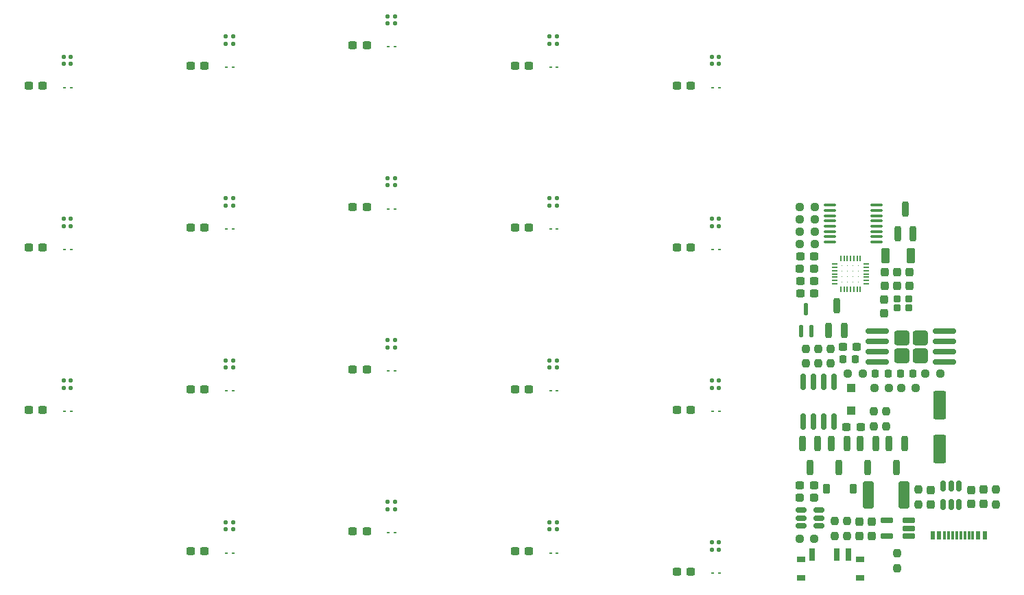
<source format=gbr>
%TF.GenerationSoftware,KiCad,Pcbnew,9.0.3*%
%TF.CreationDate,2025-07-27T18:33:32+02:00*%
%TF.ProjectId,Tastatur,54617374-6174-4757-922e-6b696361645f,0*%
%TF.SameCoordinates,Original*%
%TF.FileFunction,Paste,Top*%
%TF.FilePolarity,Positive*%
%FSLAX46Y46*%
G04 Gerber Fmt 4.6, Leading zero omitted, Abs format (unit mm)*
G04 Created by KiCad (PCBNEW 9.0.3) date 2025-07-27 18:33:32*
%MOMM*%
%LPD*%
G01*
G04 APERTURE LIST*
G04 Aperture macros list*
%AMRoundRect*
0 Rectangle with rounded corners*
0 $1 Rounding radius*
0 $2 $3 $4 $5 $6 $7 $8 $9 X,Y pos of 4 corners*
0 Add a 4 corners polygon primitive as box body*
4,1,4,$2,$3,$4,$5,$6,$7,$8,$9,$2,$3,0*
0 Add four circle primitives for the rounded corners*
1,1,$1+$1,$2,$3*
1,1,$1+$1,$4,$5*
1,1,$1+$1,$6,$7*
1,1,$1+$1,$8,$9*
0 Add four rect primitives between the rounded corners*
20,1,$1+$1,$2,$3,$4,$5,0*
20,1,$1+$1,$4,$5,$6,$7,0*
20,1,$1+$1,$6,$7,$8,$9,0*
20,1,$1+$1,$8,$9,$2,$3,0*%
G04 Aperture macros list end*
%ADD10RoundRect,0.125000X0.125000X-0.125000X0.125000X0.125000X-0.125000X0.125000X-0.125000X-0.125000X0*%
%ADD11RoundRect,0.237500X-0.300000X-0.237500X0.300000X-0.237500X0.300000X0.237500X-0.300000X0.237500X0*%
%ADD12RoundRect,0.200000X-0.200000X0.750000X-0.200000X-0.750000X0.200000X-0.750000X0.200000X0.750000X0*%
%ADD13R,0.550000X1.100000*%
%ADD14R,0.300000X1.100000*%
%ADD15R,1.000000X0.800000*%
%ADD16R,0.700000X1.500000*%
%ADD17RoundRect,0.062500X0.117500X0.062500X-0.117500X0.062500X-0.117500X-0.062500X0.117500X-0.062500X0*%
%ADD18RoundRect,0.200000X-0.250000X-0.200000X0.250000X-0.200000X0.250000X0.200000X-0.250000X0.200000X0*%
%ADD19RoundRect,0.237500X0.237500X-0.300000X0.237500X0.300000X-0.237500X0.300000X-0.237500X-0.300000X0*%
%ADD20RoundRect,0.237500X0.250000X0.237500X-0.250000X0.237500X-0.250000X-0.237500X0.250000X-0.237500X0*%
%ADD21R,0.000001X0.000001*%
%ADD22O,0.750000X0.200000*%
%ADD23O,0.200000X0.750000*%
%ADD24RoundRect,0.150000X-0.150000X0.825000X-0.150000X-0.825000X0.150000X-0.825000X0.150000X0.825000X0*%
%ADD25RoundRect,0.237500X0.237500X-0.250000X0.237500X0.250000X-0.237500X0.250000X-0.237500X-0.250000X0*%
%ADD26RoundRect,0.218750X-0.218750X-0.256250X0.218750X-0.256250X0.218750X0.256250X-0.218750X0.256250X0*%
%ADD27RoundRect,0.237500X-0.287500X-0.237500X0.287500X-0.237500X0.287500X0.237500X-0.287500X0.237500X0*%
%ADD28RoundRect,0.237500X-0.250000X-0.237500X0.250000X-0.237500X0.250000X0.237500X-0.250000X0.237500X0*%
%ADD29RoundRect,0.237500X0.300000X0.237500X-0.300000X0.237500X-0.300000X-0.237500X0.300000X-0.237500X0*%
%ADD30RoundRect,0.237500X-0.237500X0.300000X-0.237500X-0.300000X0.237500X-0.300000X0.237500X0.300000X0*%
%ADD31RoundRect,0.150000X0.150000X-0.512500X0.150000X0.512500X-0.150000X0.512500X-0.150000X-0.512500X0*%
%ADD32RoundRect,0.250000X0.400000X1.450000X-0.400000X1.450000X-0.400000X-1.450000X0.400000X-1.450000X0*%
%ADD33RoundRect,0.150000X-0.512500X-0.150000X0.512500X-0.150000X0.512500X0.150000X-0.512500X0.150000X0*%
%ADD34RoundRect,0.250000X0.670000X0.645000X-0.670000X0.645000X-0.670000X-0.645000X0.670000X-0.645000X0*%
%ADD35RoundRect,0.175000X1.250000X0.175000X-1.250000X0.175000X-1.250000X-0.175000X1.250000X-0.175000X0*%
%ADD36RoundRect,0.112500X-0.112500X-0.637500X0.112500X-0.637500X0.112500X0.637500X-0.112500X0.637500X0*%
%ADD37RoundRect,0.237500X-0.237500X0.250000X-0.237500X-0.250000X0.237500X-0.250000X0.237500X0.250000X0*%
%ADD38RoundRect,0.237500X0.237500X-0.287500X0.237500X0.287500X-0.237500X0.287500X-0.237500X-0.287500X0*%
%ADD39RoundRect,0.250000X0.300000X-0.300000X0.300000X0.300000X-0.300000X0.300000X-0.300000X-0.300000X0*%
%ADD40RoundRect,0.237500X-0.237500X0.287500X-0.237500X-0.287500X0.237500X-0.287500X0.237500X0.287500X0*%
%ADD41RoundRect,0.250000X-0.275000X-0.700000X0.275000X-0.700000X0.275000X0.700000X-0.275000X0.700000X0*%
%ADD42RoundRect,0.225000X0.225000X0.375000X-0.225000X0.375000X-0.225000X-0.375000X0.225000X-0.375000X0*%
%ADD43RoundRect,0.200000X0.200000X-0.750000X0.200000X0.750000X-0.200000X0.750000X-0.200000X-0.750000X0*%
%ADD44RoundRect,0.162500X0.617500X0.162500X-0.617500X0.162500X-0.617500X-0.162500X0.617500X-0.162500X0*%
%ADD45RoundRect,0.250000X-0.550000X1.500000X-0.550000X-1.500000X0.550000X-1.500000X0.550000X1.500000X0*%
%ADD46RoundRect,0.100000X0.637500X0.100000X-0.637500X0.100000X-0.637500X-0.100000X0.637500X-0.100000X0*%
G04 APERTURE END LIST*
D10*
%TO.C,D265*%
X162610000Y-115530000D03*
X163510000Y-115530000D03*
X163510000Y-114630000D03*
X162610000Y-114630000D03*
%TD*%
D11*
%TO.C,C206*%
X78310000Y-98230000D03*
X80035000Y-98230000D03*
%TD*%
D12*
%TO.C,Q107*%
X182844000Y-122378000D03*
X180944000Y-122378000D03*
X181894000Y-125378000D03*
%TD*%
D13*
%TO.C,USB101*%
X189910000Y-133764000D03*
X190710000Y-133764000D03*
D14*
X191360000Y-133764000D03*
X191860000Y-133764000D03*
X192360000Y-133764000D03*
X192860000Y-133764000D03*
X193360000Y-133764000D03*
X193860000Y-133764000D03*
X194360000Y-133764000D03*
X194860000Y-133764000D03*
D13*
X195510000Y-133764000D03*
X196310000Y-133764000D03*
%TD*%
D15*
%TO.C,SW221*%
X173636000Y-136762000D03*
X173636000Y-138972000D03*
X180936000Y-136762000D03*
X180936000Y-138972000D03*
D16*
X175036000Y-136112000D03*
X178036000Y-136112000D03*
X179536000Y-136112000D03*
%TD*%
D11*
%TO.C,C208*%
X118310000Y-93230000D03*
X120035000Y-93230000D03*
%TD*%
D17*
%TO.C,D213*%
X122710000Y-113430000D03*
X123550000Y-113430000D03*
%TD*%
D12*
%TO.C,Q103*%
X186400000Y-122378000D03*
X184500000Y-122378000D03*
X185450000Y-125378000D03*
%TD*%
D10*
%TO.C,D269*%
X162610000Y-135530000D03*
X163510000Y-135530000D03*
X163510000Y-134630000D03*
X162610000Y-134630000D03*
%TD*%
D11*
%TO.C,C219*%
X158310000Y-138230000D03*
X160035000Y-138230000D03*
%TD*%
D10*
%TO.C,D254*%
X142610000Y-73030000D03*
X143510000Y-73030000D03*
X143510000Y-72130000D03*
X142610000Y-72130000D03*
%TD*%
D18*
%TO.C,Y101*%
X185544000Y-105664000D03*
X186944000Y-105664000D03*
X186944000Y-104564000D03*
X185544000Y-104564000D03*
%TD*%
D10*
%TO.C,D262*%
X102610000Y-113030000D03*
X103510000Y-113030000D03*
X103510000Y-112130000D03*
X102610000Y-112130000D03*
%TD*%
D19*
%TO.C,C101*%
X183896000Y-106323300D03*
X183896000Y-104598300D03*
%TD*%
D20*
%TO.C,R201*%
X175310000Y-94710000D03*
X173485000Y-94710000D03*
%TD*%
D17*
%TO.C,D207*%
X102710000Y-95930000D03*
X103550000Y-95930000D03*
%TD*%
D21*
%TO.C,U102*%
X178741500Y-100448500D03*
X178741500Y-101123500D03*
X178741500Y-101798500D03*
X178741500Y-102473500D03*
X179416500Y-100448500D03*
X179416500Y-101123500D03*
X179416500Y-101798500D03*
X179416500Y-102473500D03*
X180091500Y-100448500D03*
X180091500Y-101123500D03*
X180091500Y-101798500D03*
X180091500Y-102473500D03*
X180766500Y-100448500D03*
X180766500Y-101123500D03*
X180766500Y-101798500D03*
X180766500Y-102473500D03*
D22*
X177829000Y-100261000D03*
X177829000Y-100661000D03*
X177829000Y-101061000D03*
X177829000Y-101461000D03*
X177829000Y-101861000D03*
X177829000Y-102261000D03*
X177829000Y-102661000D03*
D23*
X178554000Y-103386000D03*
X178954000Y-103386000D03*
X179354000Y-103386000D03*
X179754000Y-103386000D03*
X180154000Y-103386000D03*
X180554000Y-103386000D03*
X180954000Y-103386000D03*
D22*
X181679000Y-102661000D03*
X181679000Y-102261000D03*
X181679000Y-101861000D03*
X181679000Y-101461000D03*
X181679000Y-101061000D03*
X181679000Y-100661000D03*
X181679000Y-100261000D03*
D23*
X180954000Y-99536000D03*
X180554000Y-99536000D03*
X180154000Y-99536000D03*
X179754000Y-99536000D03*
X179354000Y-99536000D03*
X178954000Y-99536000D03*
X178554000Y-99536000D03*
%TD*%
D10*
%TO.C,D261*%
X82610000Y-115530000D03*
X83510000Y-115530000D03*
X83510000Y-114630000D03*
X82610000Y-114630000D03*
%TD*%
D11*
%TO.C,C207*%
X98310000Y-95730000D03*
X100035000Y-95730000D03*
%TD*%
D17*
%TO.C,D214*%
X142710000Y-115930000D03*
X143550000Y-115930000D03*
%TD*%
D10*
%TO.C,D255*%
X162610000Y-75530000D03*
X163510000Y-75530000D03*
X163510000Y-74630000D03*
X162610000Y-74630000D03*
%TD*%
D17*
%TO.C,D205*%
X162710000Y-78430000D03*
X163550000Y-78430000D03*
%TD*%
D11*
%TO.C,C201*%
X78310000Y-78230000D03*
X80035000Y-78230000D03*
%TD*%
%TO.C,C203*%
X118310000Y-73230000D03*
X120035000Y-73230000D03*
%TD*%
D24*
%TO.C,U107*%
X177703000Y-114776000D03*
X176433000Y-114776000D03*
X175163000Y-114776000D03*
X173893000Y-114776000D03*
X173893000Y-119726000D03*
X175163000Y-119726000D03*
X176433000Y-119726000D03*
X177703000Y-119726000D03*
%TD*%
D25*
%TO.C,R103*%
X185544000Y-137815000D03*
X185544000Y-135990000D03*
%TD*%
D26*
%TO.C,D106*%
X178790500Y-112014000D03*
X180365500Y-112014000D03*
%TD*%
D27*
%TO.C,L101*%
X173522500Y-100806000D03*
X175272500Y-100806000D03*
%TD*%
D17*
%TO.C,D215*%
X162710000Y-118430000D03*
X163550000Y-118430000D03*
%TD*%
D10*
%TO.C,D263*%
X122610000Y-110530000D03*
X123510000Y-110530000D03*
X123510000Y-109630000D03*
X122610000Y-109630000D03*
%TD*%
D11*
%TO.C,C204*%
X138310000Y-75730000D03*
X140035000Y-75730000D03*
%TD*%
D28*
%TO.C,R109*%
X188976000Y-113792000D03*
X190801000Y-113792000D03*
%TD*%
%TO.C,R114*%
X179427500Y-113792000D03*
X181252500Y-113792000D03*
%TD*%
D17*
%TO.C,D217*%
X122710000Y-133430000D03*
X123550000Y-133430000D03*
%TD*%
D20*
%TO.C,R205*%
X175290000Y-134146000D03*
X173465000Y-134146000D03*
%TD*%
D10*
%TO.C,D251*%
X82610000Y-75530000D03*
X83510000Y-75530000D03*
X83510000Y-74630000D03*
X82610000Y-74630000D03*
%TD*%
D29*
%TO.C,C114*%
X180978500Y-120364000D03*
X179253500Y-120364000D03*
%TD*%
D28*
%TO.C,R106*%
X186008000Y-115570000D03*
X187833000Y-115570000D03*
%TD*%
D30*
%TO.C,C110*%
X182402000Y-132101000D03*
X182402000Y-133826000D03*
%TD*%
D31*
%TO.C,U101*%
X191212300Y-129915500D03*
X192162300Y-129915500D03*
X193112300Y-129915500D03*
X193112300Y-127640500D03*
X192162300Y-127640500D03*
X191212300Y-127640500D03*
%TD*%
D25*
%TO.C,R113*%
X177292000Y-112522000D03*
X177292000Y-110697000D03*
%TD*%
D26*
%TO.C,D103*%
X185904500Y-113792000D03*
X187479500Y-113792000D03*
%TD*%
D19*
%TO.C,C106*%
X185521600Y-102970500D03*
X185521600Y-101245500D03*
%TD*%
D27*
%TO.C,L102*%
X173502500Y-129066000D03*
X175252500Y-129066000D03*
%TD*%
D32*
%TO.C,F101*%
X186375000Y-128746000D03*
X181925000Y-128746000D03*
%TD*%
D10*
%TO.C,D260*%
X162610000Y-95530000D03*
X163510000Y-95530000D03*
X163510000Y-94630000D03*
X162610000Y-94630000D03*
%TD*%
D33*
%TO.C,U104*%
X173615500Y-130656000D03*
X173615500Y-131606000D03*
X173615500Y-132556000D03*
X175890500Y-132556000D03*
X175890500Y-131606000D03*
X175890500Y-130656000D03*
%TD*%
D11*
%TO.C,C209*%
X138310000Y-95730000D03*
X140035000Y-95730000D03*
%TD*%
D25*
%TO.C,R111*%
X184180000Y-120260500D03*
X184180000Y-118435500D03*
%TD*%
%TO.C,R108*%
X175768000Y-112522000D03*
X175768000Y-110697000D03*
%TD*%
D28*
%TO.C,R107*%
X182706000Y-115570000D03*
X184531000Y-115570000D03*
%TD*%
D10*
%TO.C,D252*%
X102610000Y-73030000D03*
X103510000Y-73030000D03*
X103510000Y-72130000D03*
X102610000Y-72130000D03*
%TD*%
D34*
%TO.C,U105*%
X188379000Y-111567000D03*
X188379000Y-109347000D03*
X186099000Y-111567000D03*
X186099000Y-109347000D03*
D35*
X191389000Y-112362000D03*
X191389000Y-111092000D03*
X191389000Y-109822000D03*
X191389000Y-108552000D03*
X183089000Y-108552000D03*
X183089000Y-109822000D03*
X183089000Y-111092000D03*
X183089000Y-112362000D03*
%TD*%
D17*
%TO.C,D204*%
X142710000Y-75930000D03*
X143550000Y-75930000D03*
%TD*%
D20*
%TO.C,R202*%
X175310000Y-96234000D03*
X173485000Y-96234000D03*
%TD*%
D10*
%TO.C,D257*%
X102610000Y-93030000D03*
X103510000Y-93030000D03*
X103510000Y-92130000D03*
X102610000Y-92130000D03*
%TD*%
D11*
%TO.C,C215*%
X158310000Y-118230000D03*
X160035000Y-118230000D03*
%TD*%
D10*
%TO.C,D264*%
X142610000Y-113030000D03*
X143510000Y-113030000D03*
X143510000Y-112130000D03*
X142610000Y-112130000D03*
%TD*%
D29*
%TO.C,C104*%
X175260000Y-103854000D03*
X173535000Y-103854000D03*
%TD*%
D17*
%TO.C,D211*%
X82710000Y-118430000D03*
X83550000Y-118430000D03*
%TD*%
%TO.C,D206*%
X82710000Y-98430000D03*
X83550000Y-98430000D03*
%TD*%
D11*
%TO.C,C212*%
X98310000Y-115730000D03*
X100035000Y-115730000D03*
%TD*%
D10*
%TO.C,D258*%
X122610000Y-90530000D03*
X123510000Y-90530000D03*
X123510000Y-89630000D03*
X122610000Y-89630000D03*
%TD*%
D25*
%TO.C,R112*%
X182656000Y-120260500D03*
X182656000Y-118435500D03*
%TD*%
D19*
%TO.C,C103*%
X184021600Y-102970500D03*
X184021600Y-101245500D03*
%TD*%
D36*
%TO.C,Q106*%
X173624000Y-108486000D03*
X174924000Y-108486000D03*
X174274000Y-105826000D03*
%TD*%
D25*
%TO.C,R101*%
X197684000Y-129912500D03*
X197684000Y-128087500D03*
%TD*%
D26*
%TO.C,D104*%
X182831000Y-113792000D03*
X184406000Y-113792000D03*
%TD*%
D11*
%TO.C,C216*%
X98310000Y-135730000D03*
X100035000Y-135730000D03*
%TD*%
D17*
%TO.C,D216*%
X102710000Y-135930000D03*
X103550000Y-135930000D03*
%TD*%
%TO.C,D218*%
X142710000Y-135930000D03*
X143550000Y-135930000D03*
%TD*%
%TO.C,D209*%
X142710000Y-95930000D03*
X143550000Y-95930000D03*
%TD*%
D11*
%TO.C,C214*%
X138310000Y-115730000D03*
X140035000Y-115730000D03*
%TD*%
%TO.C,C108*%
X173515000Y-127542000D03*
X175240000Y-127542000D03*
%TD*%
%TO.C,C211*%
X78310000Y-118230000D03*
X80035000Y-118230000D03*
%TD*%
D17*
%TO.C,D201*%
X82710000Y-78430000D03*
X83550000Y-78430000D03*
%TD*%
%TO.C,D212*%
X102710000Y-115930000D03*
X103550000Y-115930000D03*
%TD*%
D10*
%TO.C,D268*%
X142610000Y-133030000D03*
X143510000Y-133030000D03*
X143510000Y-132130000D03*
X142610000Y-132130000D03*
%TD*%
D17*
%TO.C,D208*%
X122710000Y-93430000D03*
X123550000Y-93430000D03*
%TD*%
D29*
%TO.C,C111*%
X180541000Y-110490000D03*
X178816000Y-110490000D03*
%TD*%
D11*
%TO.C,C113*%
X173535000Y-99282000D03*
X175260000Y-99282000D03*
%TD*%
D37*
%TO.C,R110*%
X174244000Y-110697000D03*
X174244000Y-112522000D03*
%TD*%
D11*
%TO.C,C217*%
X118310000Y-133230000D03*
X120035000Y-133230000D03*
%TD*%
D10*
%TO.C,D266*%
X102610000Y-133030000D03*
X103510000Y-133030000D03*
X103510000Y-132130000D03*
X102610000Y-132130000D03*
%TD*%
D11*
%TO.C,C210*%
X158310000Y-98230000D03*
X160035000Y-98230000D03*
%TD*%
D17*
%TO.C,D202*%
X102710000Y-75930000D03*
X103550000Y-75930000D03*
%TD*%
D30*
%TO.C,C109*%
X194636000Y-128137500D03*
X194636000Y-129862500D03*
%TD*%
D38*
%TO.C,L103*%
X189636400Y-129907000D03*
X189636400Y-128157000D03*
%TD*%
D39*
%TO.C,D105*%
X179862000Y-118332000D03*
X179862000Y-115532000D03*
%TD*%
D11*
%TO.C,C213*%
X118310000Y-113230000D03*
X120035000Y-113230000D03*
%TD*%
D40*
%TO.C,D101*%
X196160000Y-128125000D03*
X196160000Y-129875000D03*
%TD*%
D11*
%TO.C,C202*%
X98310000Y-75730000D03*
X100035000Y-75730000D03*
%TD*%
D10*
%TO.C,D259*%
X142610000Y-93030000D03*
X143510000Y-93030000D03*
X143510000Y-92130000D03*
X142610000Y-92130000D03*
%TD*%
D25*
%TO.C,R102*%
X188112400Y-129944500D03*
X188112400Y-128119500D03*
%TD*%
D11*
%TO.C,C205*%
X158310000Y-78230000D03*
X160035000Y-78230000D03*
%TD*%
D12*
%TO.C,Q101*%
X179288000Y-122378000D03*
X177388000Y-122378000D03*
X178338000Y-125378000D03*
%TD*%
D11*
%TO.C,C218*%
X138310000Y-135730000D03*
X140035000Y-135730000D03*
%TD*%
D41*
%TO.C,AE101*%
X184048000Y-99212400D03*
X187198000Y-99212400D03*
%TD*%
D17*
%TO.C,D203*%
X122710000Y-73430000D03*
X123550000Y-73430000D03*
%TD*%
D42*
%TO.C,D102*%
X180114000Y-127984000D03*
X176814000Y-127984000D03*
%TD*%
D29*
%TO.C,C102*%
X175260000Y-102330000D03*
X173535000Y-102330000D03*
%TD*%
D37*
%TO.C,R105*%
X179354000Y-132001000D03*
X179354000Y-133826000D03*
%TD*%
D43*
%TO.C,Q104*%
X185582000Y-96488000D03*
X187482000Y-96488000D03*
X186532000Y-93488000D03*
%TD*%
D17*
%TO.C,D210*%
X162710000Y-98430000D03*
X163550000Y-98430000D03*
%TD*%
D10*
%TO.C,D256*%
X82610000Y-95530000D03*
X83510000Y-95530000D03*
X83510000Y-94630000D03*
X82610000Y-94630000D03*
%TD*%
D12*
%TO.C,Q102*%
X175710000Y-122378000D03*
X173810000Y-122378000D03*
X174760000Y-125378000D03*
%TD*%
D10*
%TO.C,D267*%
X122610000Y-130530000D03*
X123510000Y-130530000D03*
X123510000Y-129630000D03*
X122610000Y-129630000D03*
%TD*%
D44*
%TO.C,U103*%
X186974000Y-133826000D03*
X186974000Y-132876000D03*
X186974000Y-131926000D03*
X184274000Y-131926000D03*
X184274000Y-133826000D03*
%TD*%
D45*
%TO.C,C112*%
X190784000Y-117696000D03*
X190784000Y-123096000D03*
%TD*%
D20*
%TO.C,R203*%
X175310000Y-97758000D03*
X173485000Y-97758000D03*
%TD*%
%TO.C,R204*%
X175310000Y-93186000D03*
X173485000Y-93186000D03*
%TD*%
D46*
%TO.C,U106*%
X182948500Y-97525000D03*
X182948500Y-96875000D03*
X182948500Y-96225000D03*
X182948500Y-95575000D03*
X182948500Y-94925000D03*
X182948500Y-94275000D03*
X182948500Y-93625000D03*
X182948500Y-92975000D03*
X177223500Y-92975000D03*
X177223500Y-93625000D03*
X177223500Y-94275000D03*
X177223500Y-94925000D03*
X177223500Y-95575000D03*
X177223500Y-96225000D03*
X177223500Y-96875000D03*
X177223500Y-97525000D03*
%TD*%
D10*
%TO.C,D253*%
X122610000Y-70530000D03*
X123510000Y-70530000D03*
X123510000Y-69630000D03*
X122610000Y-69630000D03*
%TD*%
D19*
%TO.C,C107*%
X180878000Y-133826000D03*
X180878000Y-132101000D03*
%TD*%
%TO.C,C105*%
X187021600Y-102970500D03*
X187021600Y-101245500D03*
%TD*%
D25*
%TO.C,R104*%
X177830000Y-133826000D03*
X177830000Y-132001000D03*
%TD*%
D43*
%TO.C,Q105*%
X177068000Y-108426000D03*
X178968000Y-108426000D03*
X178018000Y-105426000D03*
%TD*%
D17*
%TO.C,D219*%
X162710000Y-138430000D03*
X163550000Y-138430000D03*
%TD*%
M02*

</source>
